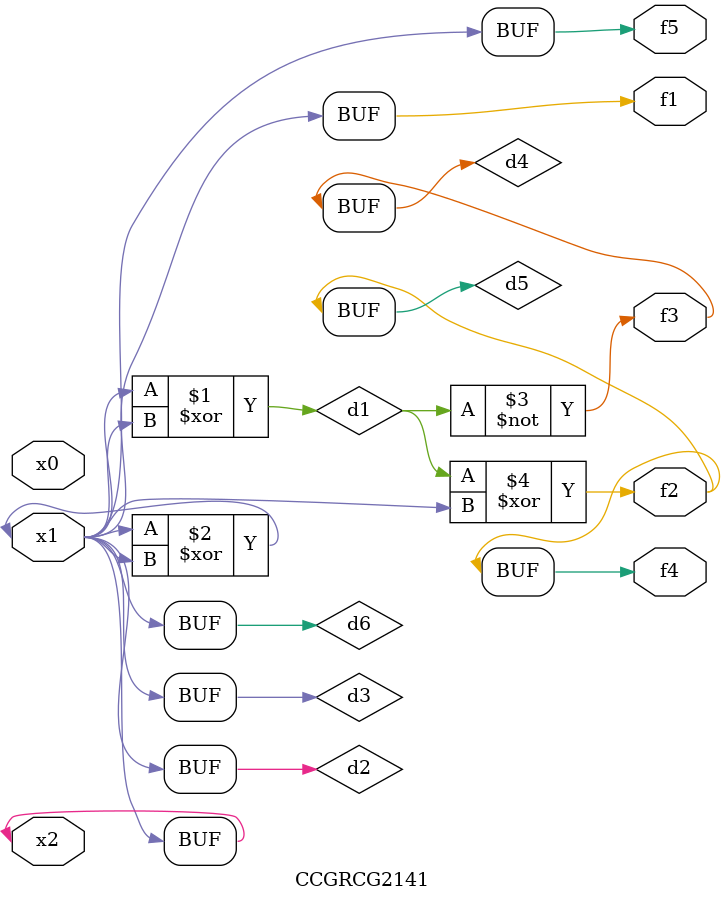
<source format=v>
module CCGRCG2141(
	input x0, x1, x2,
	output f1, f2, f3, f4, f5
);

	wire d1, d2, d3, d4, d5, d6;

	xor (d1, x1, x2);
	buf (d2, x1, x2);
	xor (d3, x1, x2);
	nor (d4, d1);
	xor (d5, d1, d2);
	buf (d6, d2, d3);
	assign f1 = d6;
	assign f2 = d5;
	assign f3 = d4;
	assign f4 = d5;
	assign f5 = d6;
endmodule

</source>
